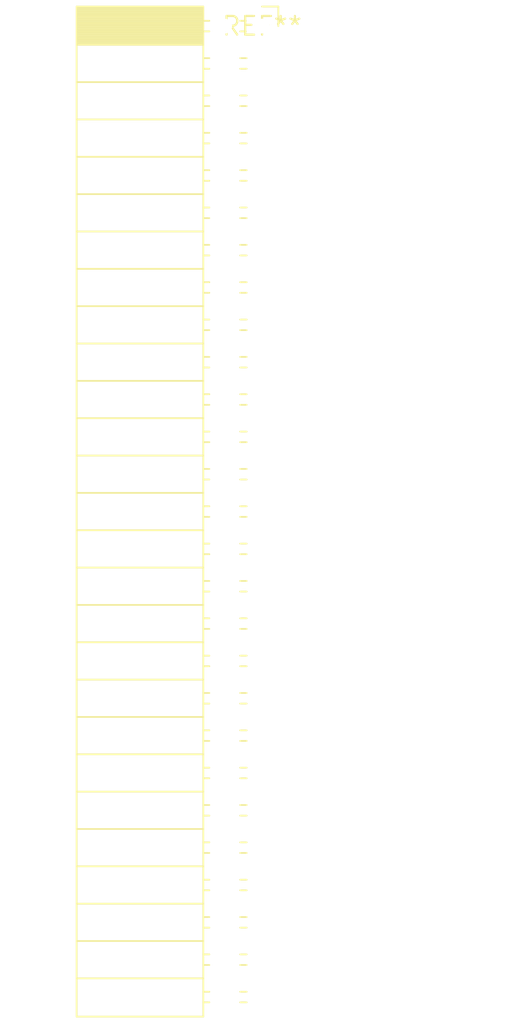
<source format=kicad_pcb>
(kicad_pcb (version 20240108) (generator pcbnew)
  (layers (0 "F.Cu" signal) (31 "B.Cu" signal) (34 "B.Paste" user) (35 "F.Paste" user) (36 "B.SilkS" user "B.Silkscreen") (37 "F.SilkS" user "F.Silkscreen") (38 "B.Mask" user) (39 "F.Mask" user) (44 "Edge.Cuts" user))
  (net 0 "")
  (footprint "PinSocket_2x27_P2.54mm_Horizontal" (layer "F.Cu") (at 0 0)
    (property "Reference" "REF**")
    (property "Value" "PinSocket_2x27_P2.54mm_Horizontal")
    (fp_line (start -12.63 -1.33) (end -12.63 67.37) (layer "F.SilkS") (stroke (width 0.12)))
    (fp_line (start -12.63 -1.33) (end -4 -1.33) (layer "F.SilkS") (stroke (width 0.12)))
    (fp_line (start -12.63 -1.21) (end -4 -1.21) (layer "F.SilkS") (stroke (width 0.12)))
    (fp_line (start -12.63 -1.091905) (end -4 -1.091905) (layer "F.SilkS") (stroke (width 0.12)))
    (fp_line (start -12.63 -0.97381) (end -4 -0.97381) (layer "F.SilkS") (stroke (width 0.12)))
    (fp_line (start -12.63 -0.855715) (end -4 -0.855715) (layer "F.SilkS") (stroke (width 0.12)))
    (fp_line (start -12.63 -0.73762) (end -4 -0.73762) (layer "F.SilkS") (stroke (width 0.12)))
    (fp_line (start -12.63 -0.619525) (end -4 -0.619525) (layer "F.SilkS") (stroke (width 0.12)))
    (fp_line (start -12.63 -0.50143) (end -4 -0.50143) (layer "F.SilkS") (stroke (width 0.12)))
    (fp_line (start -12.63 -0.383335) (end -4 -0.383335) (layer "F.SilkS") (stroke (width 0.12)))
    (fp_line (start -12.63 -0.26524) (end -4 -0.26524) (layer "F.SilkS") (stroke (width 0.12)))
    (fp_line (start -12.63 -0.147145) (end -4 -0.147145) (layer "F.SilkS") (stroke (width 0.12)))
    (fp_line (start -12.63 -0.02905) (end -4 -0.02905) (layer "F.SilkS") (stroke (width 0.12)))
    (fp_line (start -12.63 0.089045) (end -4 0.089045) (layer "F.SilkS") (stroke (width 0.12)))
    (fp_line (start -12.63 0.20714) (end -4 0.20714) (layer "F.SilkS") (stroke (width 0.12)))
    (fp_line (start -12.63 0.325235) (end -4 0.325235) (layer "F.SilkS") (stroke (width 0.12)))
    (fp_line (start -12.63 0.44333) (end -4 0.44333) (layer "F.SilkS") (stroke (width 0.12)))
    (fp_line (start -12.63 0.561425) (end -4 0.561425) (layer "F.SilkS") (stroke (width 0.12)))
    (fp_line (start -12.63 0.67952) (end -4 0.67952) (layer "F.SilkS") (stroke (width 0.12)))
    (fp_line (start -12.63 0.797615) (end -4 0.797615) (layer "F.SilkS") (stroke (width 0.12)))
    (fp_line (start -12.63 0.91571) (end -4 0.91571) (layer "F.SilkS") (stroke (width 0.12)))
    (fp_line (start -12.63 1.033805) (end -4 1.033805) (layer "F.SilkS") (stroke (width 0.12)))
    (fp_line (start -12.63 1.1519) (end -4 1.1519) (layer "F.SilkS") (stroke (width 0.12)))
    (fp_line (start -12.63 1.27) (end -4 1.27) (layer "F.SilkS") (stroke (width 0.12)))
    (fp_line (start -12.63 3.81) (end -4 3.81) (layer "F.SilkS") (stroke (width 0.12)))
    (fp_line (start -12.63 6.35) (end -4 6.35) (layer "F.SilkS") (stroke (width 0.12)))
    (fp_line (start -12.63 8.89) (end -4 8.89) (layer "F.SilkS") (stroke (width 0.12)))
    (fp_line (start -12.63 11.43) (end -4 11.43) (layer "F.SilkS") (stroke (width 0.12)))
    (fp_line (start -12.63 13.97) (end -4 13.97) (layer "F.SilkS") (stroke (width 0.12)))
    (fp_line (start -12.63 16.51) (end -4 16.51) (layer "F.SilkS") (stroke (width 0.12)))
    (fp_line (start -12.63 19.05) (end -4 19.05) (layer "F.SilkS") (stroke (width 0.12)))
    (fp_line (start -12.63 21.59) (end -4 21.59) (layer "F.SilkS") (stroke (width 0.12)))
    (fp_line (start -12.63 24.13) (end -4 24.13) (layer "F.SilkS") (stroke (width 0.12)))
    (fp_line (start -12.63 26.67) (end -4 26.67) (layer "F.SilkS") (stroke (width 0.12)))
    (fp_line (start -12.63 29.21) (end -4 29.21) (layer "F.SilkS") (stroke (width 0.12)))
    (fp_line (start -12.63 31.75) (end -4 31.75) (layer "F.SilkS") (stroke (width 0.12)))
    (fp_line (start -12.63 34.29) (end -4 34.29) (layer "F.SilkS") (stroke (width 0.12)))
    (fp_line (start -12.63 36.83) (end -4 36.83) (layer "F.SilkS") (stroke (width 0.12)))
    (fp_line (start -12.63 39.37) (end -4 39.37) (layer "F.SilkS") (stroke (width 0.12)))
    (fp_line (start -12.63 41.91) (end -4 41.91) (layer "F.SilkS") (stroke (width 0.12)))
    (fp_line (start -12.63 44.45) (end -4 44.45) (layer "F.SilkS") (stroke (width 0.12)))
    (fp_line (start -12.63 46.99) (end -4 46.99) (layer "F.SilkS") (stroke (width 0.12)))
    (fp_line (start -12.63 49.53) (end -4 49.53) (layer "F.SilkS") (stroke (width 0.12)))
    (fp_line (start -12.63 52.07) (end -4 52.07) (layer "F.SilkS") (stroke (width 0.12)))
    (fp_line (start -12.63 54.61) (end -4 54.61) (layer "F.SilkS") (stroke (width 0.12)))
    (fp_line (start -12.63 57.15) (end -4 57.15) (layer "F.SilkS") (stroke (width 0.12)))
    (fp_line (start -12.63 59.69) (end -4 59.69) (layer "F.SilkS") (stroke (width 0.12)))
    (fp_line (start -12.63 62.23) (end -4 62.23) (layer "F.SilkS") (stroke (width 0.12)))
    (fp_line (start -12.63 64.77) (end -4 64.77) (layer "F.SilkS") (stroke (width 0.12)))
    (fp_line (start -12.63 67.37) (end -4 67.37) (layer "F.SilkS") (stroke (width 0.12)))
    (fp_line (start -4 -1.33) (end -4 67.37) (layer "F.SilkS") (stroke (width 0.12)))
    (fp_line (start -4 -0.36) (end -3.59 -0.36) (layer "F.SilkS") (stroke (width 0.12)))
    (fp_line (start -4 0.36) (end -3.59 0.36) (layer "F.SilkS") (stroke (width 0.12)))
    (fp_line (start -4 2.18) (end -3.59 2.18) (layer "F.SilkS") (stroke (width 0.12)))
    (fp_line (start -4 2.9) (end -3.59 2.9) (layer "F.SilkS") (stroke (width 0.12)))
    (fp_line (start -4 4.72) (end -3.59 4.72) (layer "F.SilkS") (stroke (width 0.12)))
    (fp_line (start -4 5.44) (end -3.59 5.44) (layer "F.SilkS") (stroke (width 0.12)))
    (fp_line (start -4 7.26) (end -3.59 7.26) (layer "F.SilkS") (stroke (width 0.12)))
    (fp_line (start -4 7.98) (end -3.59 7.98) (layer "F.SilkS") (stroke (width 0.12)))
    (fp_line (start -4 9.8) (end -3.59 9.8) (layer "F.SilkS") (stroke (width 0.12)))
    (fp_line (start -4 10.52) (end -3.59 10.52) (layer "F.SilkS") (stroke (width 0.12)))
    (fp_line (start -4 12.34) (end -3.59 12.34) (layer "F.SilkS") (stroke (width 0.12)))
    (fp_line (start -4 13.06) (end -3.59 13.06) (layer "F.SilkS") (stroke (width 0.12)))
    (fp_line (start -4 14.88) (end -3.59 14.88) (layer "F.SilkS") (stroke (width 0.12)))
    (fp_line (start -4 15.6) (end -3.59 15.6) (layer "F.SilkS") (stroke (width 0.12)))
    (fp_line (start -4 17.42) (end -3.59 17.42) (layer "F.SilkS") (stroke (width 0.12)))
    (fp_line (start -4 18.14) (end -3.59 18.14) (layer "F.SilkS") (stroke (width 0.12)))
    (fp_line (start -4 19.96) (end -3.59 19.96) (layer "F.SilkS") (stroke (width 0.12)))
    (fp_line (start -4 20.68) (end -3.59 20.68) (layer "F.SilkS") (stroke (width 0.12)))
    (fp_line (start -4 22.5) (end -3.59 22.5) (layer "F.SilkS") (stroke (width 0.12)))
    (fp_line (start -4 23.22) (end -3.59 23.22) (layer "F.SilkS") (stroke (width 0.12)))
    (fp_line (start -4 25.04) (end -3.59 25.04) (layer "F.SilkS") (stroke (width 0.12)))
    (fp_line (start -4 25.76) (end -3.59 25.76) (layer "F.SilkS") (stroke (width 0.12)))
    (fp_line (start -4 27.58) (end -3.59 27.58) (layer "F.SilkS") (stroke (width 0.12)))
    (fp_line (start -4 28.3) (end -3.59 28.3) (layer "F.SilkS") (stroke (width 0.12)))
    (fp_line (start -4 30.12) (end -3.59 30.12) (layer "F.SilkS") (stroke (width 0.12)))
    (fp_line (start -4 30.84) (end -3.59 30.84) (layer "F.SilkS") (stroke (width 0.12)))
    (fp_line (start -4 32.66) (end -3.59 32.66) (layer "F.SilkS") (stroke (width 0.12)))
    (fp_line (start -4 33.38) (end -3.59 33.38) (layer "F.SilkS") (stroke (width 0.12)))
    (fp_line (start -4 35.2) (end -3.59 35.2) (layer "F.SilkS") (stroke (width 0.12)))
    (fp_line (start -4 35.92) (end -3.59 35.92) (layer "F.SilkS") (stroke (width 0.12)))
    (fp_line (start -4 37.74) (end -3.59 37.74) (layer "F.SilkS") (stroke (width 0.12)))
    (fp_line (start -4 38.46) (end -3.59 38.46) (layer "F.SilkS") (stroke (width 0.12)))
    (fp_line (start -4 40.28) (end -3.59 40.28) (layer "F.SilkS") (stroke (width 0.12)))
    (fp_line (start -4 41) (end -3.59 41) (layer "F.SilkS") (stroke (width 0.12)))
    (fp_line (start -4 42.82) (end -3.59 42.82) (layer "F.SilkS") (stroke (width 0.12)))
    (fp_line (start -4 43.54) (end -3.59 43.54) (layer "F.SilkS") (stroke (width 0.12)))
    (fp_line (start -4 45.36) (end -3.59 45.36) (layer "F.SilkS") (stroke (width 0.12)))
    (fp_line (start -4 46.08) (end -3.59 46.08) (layer "F.SilkS") (stroke (width 0.12)))
    (fp_line (start -4 47.9) (end -3.59 47.9) (layer "F.SilkS") (stroke (width 0.12)))
    (fp_line (start -4 48.62) (end -3.59 48.62) (layer "F.SilkS") (stroke (width 0.12)))
    (fp_line (start -4 50.44) (end -3.59 50.44) (layer "F.SilkS") (stroke (width 0.12)))
    (fp_line (start -4 51.16) (end -3.59 51.16) (layer "F.SilkS") (stroke (width 0.12)))
    (fp_line (start -4 52.98) (end -3.59 52.98) (layer "F.SilkS") (stroke (width 0.12)))
    (fp_line (start -4 53.7) (end -3.59 53.7) (layer "F.SilkS") (stroke (width 0.12)))
    (fp_line (start -4 55.52) (end -3.59 55.52) (layer "F.SilkS") (stroke (width 0.12)))
    (fp_line (start -4 56.24) (end -3.59 56.24) (layer "F.SilkS") (stroke (width 0.12)))
    (fp_line (start -4 58.06) (end -3.59 58.06) (layer "F.SilkS") (stroke (width 0.12)))
    (fp_line (start -4 58.78) (end -3.59 58.78) (layer "F.SilkS") (stroke (width 0.12)))
    (fp_line (start -4 60.6) (end -3.59 60.6) (layer "F.SilkS") (stroke (width 0.12)))
    (fp_line (start -4 61.32) (end -3.59 61.32) (layer "F.SilkS") (stroke (width 0.12)))
    (fp_line (start -4 63.14) (end -3.59 63.14) (layer "F.SilkS") (stroke (width 0.12)))
    (fp_line (start -4 63.86) (end -3.59 63.86) (layer "F.SilkS") (stroke (width 0.12)))
    (fp_line (start -4 65.68) (end -3.59 65.68) (layer "F.SilkS") (stroke (width 0.12)))
    (fp_line (start -4 66.4) (end -3.59 66.4) (layer "F.SilkS") (stroke (width 0.12)))
    (fp_line (start -1.49 -0.36) (end -1.11 -0.36) (layer "F.SilkS") (stroke (width 0.12)))
    (fp_line (start -1.49 0.36) (end -1.11 0.36) (layer "F.SilkS") (stroke (width 0.12)))
    (fp_line (start -1.49 2.18) (end -1.05 2.18) (layer "F.SilkS") (stroke (width 0.12)))
    (fp_line (start -1.49 2.9) (end -1.05 2.9) (layer "F.SilkS") (stroke (width 0.12)))
    (fp_line (start -1.49 4.72) (end -1.05 4.72) (layer "F.SilkS") (stroke (width 0.12)))
    (fp_line (start -1.49 5.44) (end -1.05 5.44) (layer "F.SilkS") (stroke (width 0.12)))
    (fp_line (start -1.49 7.26) (end -1.05 7.26) (layer "F.SilkS") (stroke (width 0.12)))
    (fp_line (start -1.49 7.98) (end -1.05 7.98) (layer "F.SilkS") (stroke (width 0.12)))
    (fp_line (start -1.49 9.8) (end -1.05 9.8) (layer "F.SilkS") (stroke (width 0.12)))
    (fp_line (start -1.49 10.52) (end -1.05 10.52) (layer "F.SilkS") (stroke (width 0.12)))
    (fp_line (start -1.49 12.34) (end -1.05 12.34) (layer "F.SilkS") (stroke (width 0.12)))
    (fp_line (start -1.49 13.06) (end -1.05 13.06) (layer "F.SilkS") (stroke (width 0.12)))
    (fp_line (start -1.49 14.88) (end -1.05 14.88) (layer "F.SilkS") (stroke (width 0.12)))
    (fp_line (start -1.49 15.6) (end -1.05 15.6) (layer "F.SilkS") (stroke (width 0.12)))
    (fp_line (start -1.49 17.42) (end -1.05 17.42) (layer "F.SilkS") (stroke (width 0.12)))
    (fp_line (start -1.49 18.14) (end -1.05 18.14) (layer "F.SilkS") (stroke (width 0.12)))
    (fp_line (start -1.49 19.96) (end -1.05 19.96) (layer "F.SilkS") (stroke (width 0.12)))
    (fp_line (start -1.49 20.68) (end -1.05 20.68) (layer "F.SilkS") (stroke (width 0.12)))
    (fp_line (start -1.49 22.5) (end -1.05 22.5) (layer "F.SilkS") (stroke (width 0.12)))
    (fp_line (start -1.49 23.22) (end -1.05 23.22) (layer "F.SilkS") (stroke (width 0.12)))
    (fp_line (start -1.49 25.04) (end -1.05 25.04) (layer "F.SilkS") (stroke (width 0.12)))
    (fp_line (start -1.49 25.76) (end -1.05 25.76) (layer "F.SilkS") (stroke (width 0.12)))
    (fp_line (start -1.49 27.58) (end -1.05 27.58) (layer "F.SilkS") (stroke (width 0.12)))
    (fp_line (start -1.49 28.3) (end -1.05 28.3) (layer "F.SilkS") (stroke (width 0.12)))
    (fp_line (start -1.49 30.12) (end -1.05 30.12) (layer "F.SilkS") (stroke (width 0.12)))
    (fp_line (start -1.49 30.84) (end -1.05 30.84) (layer "F.SilkS") (stroke (width 0.12)))
    (fp_line (start -1.49 32.66) (end -1.05 32.66) (layer "F.SilkS") (stroke (width 0.12)))
    (fp_line (start -1.49 33.38) (end -1.05 33.38) (layer "F.SilkS") (stroke (width 0.12)))
    (fp_line (start -1.49 35.2) (end -1.05 35.2) (layer "F.SilkS") (stroke (width 0.12)))
    (fp_line (start -1.49 35.92) (end -1.05 35.92) (layer "F.SilkS") (stroke (width 0.12)))
    (fp_line (start -1.49 37.74) (end -1.05 37.74) (layer "F.SilkS") (stroke (width 0.12)))
    (fp_line (start -1.49 38.46) (end -1.05 38.46) (layer "F.SilkS") (stroke (width 0.12)))
    (fp_line (start -1.49 40.28) (end -1.05 40.28) (layer "F.SilkS") (stroke (width 0.12)))
    (fp_line (start -1.49 41) (end -1.05 41) (layer "F.SilkS") (stroke (width 0.12)))
    (fp_line (start -1.49 42.82) (end -1.05 42.82) (layer "F.SilkS") (stroke (width 0.12)))
    (fp_line (start -1.49 43.54) (end -1.05 43.54) (layer "F.SilkS") (stroke (width 0.12)))
    (fp_line (start -1.49 45.36) (end -1.05 45.36) (layer "F.SilkS") (stroke (width 0.12)))
    (fp_line (start -1.49 46.08) (end -1.05 46.08) (layer "F.SilkS") (stroke (width 0.12)))
    (fp_line (start -1.49 47.9) (end -1.05 47.9) (layer "F.SilkS") (stroke (width 0.12)))
    (fp_line (start -1.49 48.62) (end -1.05 48.62) (layer "F.SilkS") (stroke (width 0.12)))
    (fp_line (start -1.49 50.44) (end -1.05 50.44) (layer "F.SilkS") (stroke (width 0.12)))
    (fp_line (start -1.49 51.16) (end -1.05 51.16) (layer "F.SilkS") (stroke (width 0.12)))
    (fp_line (start -1.49 52.98) (end -1.05 52.98) (layer "F.SilkS") (stroke (width 0.12)))
    (fp_line (start -1.49 53.7) (end -1.05 53.7) (layer "F.SilkS") (stroke (width 0.12)))
    (fp_line (start -1.49 55.52) (end -1.05 55.52) (layer "F.SilkS") (stroke (width 0.12)))
    (fp_line (start -1.49 56.24) (end -1.05 56.24) (layer "F.SilkS") (stroke (width 0.12)))
    (fp_line (start -1.49 58.06) (end -1.05 58.06) (layer "F.SilkS") (stroke (width 0.12)))
    (fp_line (start -1.49 58.78) (end -1.05 58.78) (layer "F.SilkS") (stroke (width 0.12)))
    (fp_line (start -1.49 60.6) (end -1.05 60.6) (layer "F.SilkS") (stroke (width 0.12)))
    (fp_line (start -1.49 61.32) (end -1.05 61.32) (layer "F.SilkS") (stroke (width 0.12)))
    (fp_line (start -1.49 63.14) (end -1.05 63.14) (layer "F.SilkS") (stroke (width 0.12)))
    (fp_line (start -1.49 63.86) (end -1.05 63.86) (layer "F.SilkS") (stroke (width 0.12)))
    (fp_line (start -1.49 65.68) (end -1.05 65.68) (layer "F.SilkS") (stroke (width 0.12)))
    (fp_line (start -1.49 66.4) (end -1.05 66.4) (layer "F.SilkS") (stroke (width 0.12)))
    (fp_line (start 0 -1.33) (end 1.11 -1.33) (layer "F.SilkS") (stroke (width 0.12)))
    (fp_line (start 1.11 -1.33) (end 1.11 0) (layer "F.SilkS") (stroke (width 0.12)))
    (pad "1" thru_hole rect (at 0 0) (size 1.7 1.7) (drill 1) (layers *.Cu *.Mask) (remove_unused_layers))
    (pad "2" thru_hole oval (at -2.54 0) (size 1.7 1.7) (drill 1) (layers *.Cu *.Mask) (remove_unused_layers))
    (pad "3" thru_hole oval (at 0 2.54) (size 1.7 1.7) (drill 1) (layers *.Cu *.Mask) (remove_unused_layers))
    (pad "4" thru_hole oval (at -2.54 2.54) (size 1.7 1.7) (drill 1) (layers *.Cu *.Mask) (remove_unused_layers))
    (pad "5" thru_hole oval (at 0 5.08) (size 1.7 1.7) (drill 1) (layers *.Cu *.Mask) (remove_unused_layers))
    (pad "6" thru_hole oval (at -2.54 5.08) (size 1.7 1.7) (drill 1) (layers *.Cu *.Mask) (remove_unused_layers))
    (pad "7" thru_hole oval (at 0 7.62) (size 1.7 1.7) (drill 1) (layers *.Cu *.Mask) (remove_unused_layers))
    (pad "8" thru_hole oval (at -2.54 7.62) (size 1.7 1.7) (drill 1) (layers *.Cu *.Mask) (remove_unused_layers))
    (pad "9" thru_hole oval (at 0 10.16) (size 1.7 1.7) (drill 1) (layers *.Cu *.Mask) (remove_unused_layers))
    (pad "10" thru_hole oval (at -2.54 10.16) (size 1.7 1.7) (drill 1) (layers *.Cu *.Mask) (remove_unused_layers))
    (pad "11" thru_hole oval (at 0 12.7) (size 1.7 1.7) (drill 1) (layers *.Cu *.Mask) (remove_unused_layers))
    (pad "12" thru_hole oval (at -2.54 12.7) (size 1.7 1.7) (drill 1) (layers *.Cu *.Mask) (remove_unused_layers))
    (pad "13" thru_hole oval (at 0 15.24) (size 1.7 1.7) (drill 1) (layers *.Cu *.Mask) (remove_unused_layers))
    (pad "14" thru_hole oval (at -2.54 15.24) (size 1.7 1.7) (drill 1) (layers *.Cu *.Mask) (remove_unused_layers))
    (pad "15" thru_hole oval (at 0 17.78) (size 1.7 1.7) (drill 1) (layers *.Cu *.Mask) (remove_unused_layers))
    (pad "16" thru_hole oval (at -2.54 17.78) (size 1.7 1.7) (drill 1) (layers *.Cu *.Mask) (remove_unused_layers))
    (pad "17" thru_hole oval (at 0 20.32) (size 1.7 1.7) (drill 1) (layers *.Cu *.Mask) (remove_unused_layers))
    (pad "18" thru_hole oval (at -2.54 20.32) (size 1.7 1.7) (drill 1) (layers *.Cu *.Mask) (remove_unused_layers))
    (pad "19" thru_hole oval (at 0 22.86) (size 1.7 1.7) (drill 1) (layers *.Cu *.Mask) (remove_unused_layers))
    (pad "20" thru_hole oval (at -2.54 22.86) (size 1.7 1.7) (drill 1) (layers *.Cu *.Mask) (remove_unused_layers))
    (pad "21" thru_hole oval (at 0 25.4) (size 1.7 1.7) (drill 1) (layers *.Cu *.Mask) (remove_unused_layers))
    (pad "22" thru_hole oval (at -2.54 25.4) (size 1.7 1.7) (drill 1) (layers *.Cu *.Mask) (remove_unused_layers))
    (pad "23" thru_hole oval (at 0 27.94) (size 1.7 1.7) (drill 1) (layers *.Cu *.Mask) (remove_unused_layers))
    (pad "24" thru_hole oval (at -2.54 27.94) (size 1.7 1.7) (drill 1) (layers *.Cu *.Mask) (remove_unused_layers))
    (pad "25" thru_hole oval (at 0 30.48) (size 1.7 1.7) (drill 1) (layers *.Cu *.Mask) (remove_unused_layers))
    (pad "26" thru_hole oval (at -2.54 30.48) (size 1.7 1.7) (drill 1) (layers *.Cu *.Mask) (remove_unused_layers))
    (pad "27" thru_hole oval (at 0 33.02) (size 1.7 1.7) (drill 1) (layers *.Cu *.Mask) (remove_unused_layers))
    (pad "28" thru_hole oval (at -2.54 33.02) (size 1.7 1.7) (drill 1) (layers *.Cu *.Mask) (remove_unused_layers))
    (pad "29" thru_hole oval (at 0 35.56) (size 1.7 1.7) (drill 1) (layers *.Cu *.Mask) (remove_unused_layers))
    (pad "30" thru_hole oval (at -2.54 35.56) (size 1.7 1.7) (drill 1) (layers *.Cu *.Mask) (remove_unused_layers))
    (pad "31" thru_hole oval (at 0 38.1) (size 1.7 1.7) (drill 1) (layers *.Cu *.Mask) (remove_unused_layers))
    (pad "32" thru_hole oval (at -2.54 38.1) (size 1.7 1.7) (drill 1) (layers *.Cu *.Mask) (remove_unused_layers))
    (pad "33" thru_hole oval (at 0 40.64) (size 1.7 1.7) (drill 1) (layers *.Cu *.Mask) (remove_unused_layers))
    (pad "34" thru_hole oval (at -2.54 40.64) (size 1.7 1.7) (drill 1) (layers *.Cu *.Mask) (remove_unused_layers))
    (pad "35" thru_hole oval (at 0 43.18) (size 1.7 1.7) (drill 1) (layers *.Cu *.Mask) (remove_unused_layers))
    (pad "36" thru_hole oval (at -2.54 43.18) (size 1.7 1.7) (drill 1) (layers *.Cu *.Mask) (remove_unused_layers))
    (pad "37" thru_hole oval (at 0 45.72) (size 1.7 1.7) (drill 1) (layers *.Cu *.Mask) (remove_unused_layers))
    (pad "38" thru_hole oval (at -2.54 45.72) (size 1.7 1.7) (drill 1) (layers *.Cu *.Mask) (remove_unused_layers))
    (pad "39" thru_hole oval (at 0 48.26) (size 1.7 1.7) (drill 1) (layers *.Cu *.Mask) (remove_unused_layers))
    (pad "40" thru_hole oval (at -2.54 48.26) (size 1.7 1.7) (drill 1) (layers *.Cu *.Mask) (remove_unused_layers))
    (pad "41" thru_hole oval (at 0 50.8) (size 1.7 1.7) (drill 1) (layers *.Cu *.Mask) (remove_unused_layers))
    (pad "42" thru_hole oval (at -2.54 50.8) (size 1.7 1.7) (drill 1) (layers *.Cu *.Mask) (remove_unused_layers))
    (pad "43" thru_hole oval (at 0 53.34) (size 1.7 1.7) (drill 1) (layers *.Cu *.Mask) (remove_unused_layers))
    (pad "44" thru_hole oval (at -2.54 53.34) (size 1.7 1.7) (drill 1) (layers *.Cu *.Mask) (remove_unused_layers))
    (pad "45" thru_hole oval (at 0 55.88) (size 1.7 1.7) (drill 1) (layers *.Cu *.Mask) (remove_unused_layers))
    (pad "46" thru_hole oval (at -2.54 55.88) (size 1.7 1.7) (drill 1) (layers *.Cu *.Mask) (remove_unused_layers))
    (pad "47" thru_hole oval (at 0 58.42) (size 1.7 1.7) (drill 1) (layers *.Cu *.Mask) (remove_unused_layers))
    (pad "48" thru_hole oval (at -2.54 58.42) (size 1.7 1.7) (drill 1) (layers *.Cu *.Mask) (remove_unused_layers))
    (pad "49" thru_hole oval (at 0 60.96) (size 1.7 1.7) (drill 1) (layers *.Cu *.Mask) (remove_unused_layers))
    (pad "50" thru_hole oval (at -2.54 60.96) (size 1.7 1.7) (drill 1) (layers *.Cu *.Mask) (remove_unused_layers))
    (pad "51" thru_hole oval (at 0 63.5) (size 1.7 1.7) (drill 1) (layers *.Cu *.Mask) (remove_unused_layers))
    (pad "52" thru_hole oval (at -2.54 63.5) (size 1.7 1.7) (drill 1) (layers *.Cu *.Mask) (remove_unused_layers))
    (pad "53" thru_hole oval (at 0 66.04) (size 1.7 1.7) (drill 1) (layers *.Cu *.Mask) (remove_unused_layers))
    (pad "54" thru_hole oval (at -2.54 66.04) (size 1.7 1.7) (drill 1) (layers *.Cu *.Mask) (remove_unused_layers))
  )
)
</source>
